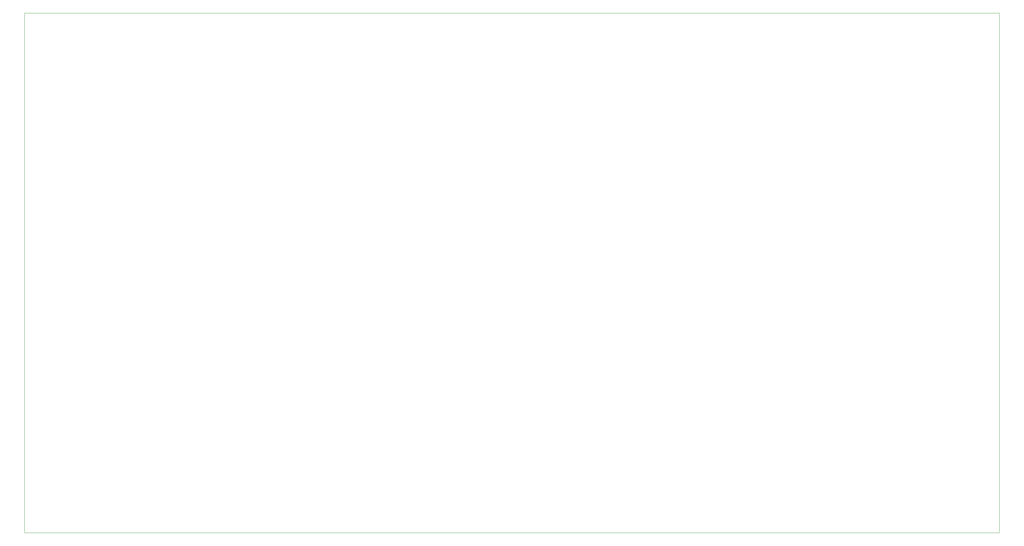
<source format=gbr>
%TF.GenerationSoftware,KiCad,Pcbnew,7.0.6*%
%TF.CreationDate,2023-07-25T22:23:12+05:30*%
%TF.ProjectId,class2_assignment,636c6173-7332-45f6-9173-7369676e6d65,rev?*%
%TF.SameCoordinates,Original*%
%TF.FileFunction,Profile,NP*%
%FSLAX46Y46*%
G04 Gerber Fmt 4.6, Leading zero omitted, Abs format (unit mm)*
G04 Created by KiCad (PCBNEW 7.0.6) date 2023-07-25 22:23:12*
%MOMM*%
%LPD*%
G01*
G04 APERTURE LIST*
%TA.AperFunction,Profile*%
%ADD10C,0.100000*%
%TD*%
G04 APERTURE END LIST*
D10*
X281940000Y-157480000D02*
X281940000Y-15240000D01*
X15240000Y-15240000D02*
X15240000Y-157480000D01*
X15240000Y-157480000D02*
X281940000Y-157480000D01*
X281940000Y-15240000D02*
X15240000Y-15240000D01*
M02*

</source>
